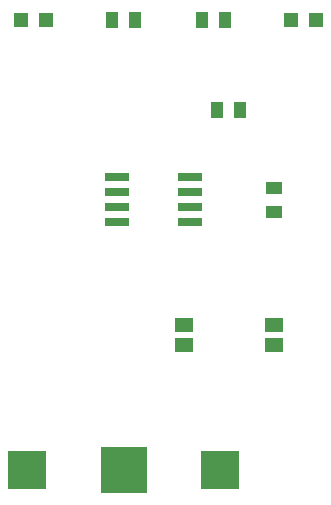
<source format=gbr>
G04 EAGLE Gerber RS-274X export*
G75*
%MOMM*%
%FSLAX34Y34*%
%LPD*%
%INSolderpaste Top*%
%IPPOS*%
%AMOC8*
5,1,8,0,0,1.08239X$1,22.5*%
G01*
%ADD10R,3.900000X3.900000*%
%ADD11R,3.200000X3.200000*%
%ADD12R,1.500000X1.300000*%
%ADD13R,2.032000X0.660400*%
%ADD14R,1.200000X1.200000*%
%ADD15R,1.100000X1.400000*%
%ADD16R,1.400000X1.100000*%


D10*
X139700Y114300D03*
D11*
X221700Y114300D03*
X57700Y114300D03*
D12*
X190500Y220100D03*
X190500Y237100D03*
X266700Y220100D03*
X266700Y237100D03*
D13*
X134366Y361950D03*
X195834Y361950D03*
X134366Y349250D03*
X134366Y336550D03*
X195834Y349250D03*
X195834Y336550D03*
X134366Y323850D03*
X195834Y323850D03*
D14*
X53000Y495300D03*
X74000Y495300D03*
X281600Y495300D03*
X302600Y495300D03*
D15*
X218600Y419100D03*
X238600Y419100D03*
D16*
X266700Y332900D03*
X266700Y352900D03*
D15*
X225900Y495300D03*
X205900Y495300D03*
X129700Y495300D03*
X149700Y495300D03*
M02*

</source>
